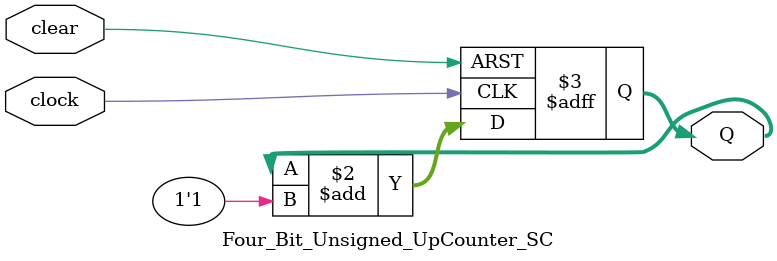
<source format=v>
module Four_Bit_Unsigned_UpCounter_SC(Q, clock, clear);
	
	output [3:0]Q;
	input clock, clear;
	reg [3:0]Q;
	always @(posedge clock or posedge clear)
		begin
		//case for clear
			case(clear)
				1'b0: Q <= Q + 1'b1;
				1'b1: Q <= 4'b0;
			endcase
		end

endmodule

</source>
